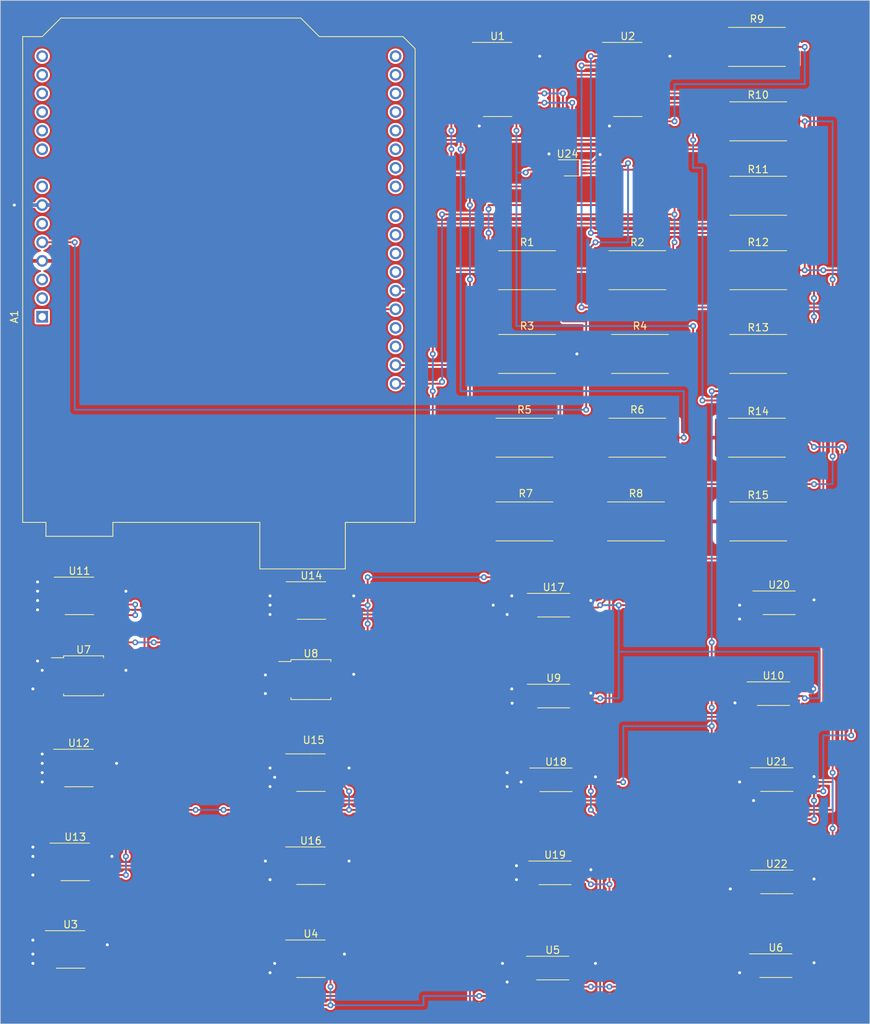
<source format=kicad_pcb>
(kicad_pcb (version 20221018) (generator pcbnew)
  (layers (0 "F.Cu" power) (31 "B.Cu" power) (34 "B.Paste" user) (35 "F.Paste" user) (36 "B.SilkS" user "B.Silkscreen") (37 "F.SilkS" user "F.Silkscreen") (38 "B.Mask" user) (39 "F.Mask" user) (44 "Edge.Cuts" user))
  (net 0 "")
  (net 24 "Net-(A1-D12)")
  (net 25 "Net-(A1-D13)")
  (net 28 "Net-(U24-SDA2)")
  (net 29 "Net-(U24-SCL2)")
  (net 30 "Net-(U10-SDA)")
  (net 31 "Net-(U24-SCL1)")
  (net 32 "Net-(U24-SDA1)")
  (net 33 "Net-(U10-SCL)")
  (net 34 "Net-(U12-SDA)")
  (net 35 "Net-(U3-SDA)")
  (net 36 "Net-(U3-SCL)")
  (net 37 "Net-(U12-SCL)")
  (net 42 "Net-(R6-Pad2)")
  (net 43 "Net-(R9-Pad2)")
  (net 56 "GND")
  (net 57 "+3V3")
  (net 58 "+5V")
  (footprint "Resistor_SMD:R_4020_10251Metric_Pad1.65x5.30mm_HandSolder" (layer "F.Cu") (at 190.5 78.105)
    (fp_text reference locked "R6")
    (fp_text value "10K")
  )
  (footprint "Resistor_SMD:R_4020_10251Metric_Pad1.65x5.30mm_HandSolder" (layer "F.Cu") (at 190.32 89.535)
    (fp_text reference "R8")
    (fp_text value "10K")
  )
  (footprint "Resistor_SMD:R_4020_10251Metric_Pad1.65x5.30mm_HandSolder" (layer "F.Cu") (at 206.83 78.105)
    (fp_text reference "R14")
    (fp_text value "10k")
  )
  (footprint "Package_SO:TSSOP-8_4.4x3mm_P0.65mm" (layer "F.Cu") (at 179.3925 124.8)
    (fp_text reference "U18")
    (fp_text value "AT24CS32-XHM")
  )
  (footprint "Package_SO:TSSOP-8_4.4x3mm_P0.65mm" (layer "F.Cu") (at 179.07 100.965)
    (fp_text reference "U17")
    (fp_text value "AT24CS01-XHM")
  )
  (footprint "Resistor_SMD:R_4020_10251Metric_Pad1.65x5.30mm_HandSolder" (layer "F.Cu") (at 175.08 78.105)
    (fp_text reference locked "R5")
    (fp_text value "10K")
  )
  (footprint "Package_SO:TSSOP-8_4.4x3mm_P0.65mm" (layer "F.Cu") (at 179.2625 137.5)
    (fp_text reference "U19")
    (fp_text value "CAT24C128 XHM")
  )
  (footprint "Resistor_SMD:R_4020_10251Metric_Pad1.65x5.30mm_HandSolder" (layer "F.Cu") (at 207.01 55.245)
    (fp_text reference "R12")
    (fp_text value "10k")
  )
  (footprint "Package_SO:SOIC-8_3.9x4.9mm_P1.27mm" (layer "F.Cu") (at 113.095 147.955)
    (fp_text reference "U3")
    (fp_text value "AT24CS04-SSHM")
  )
  (footprint "Package_SO:SO-16_3.9x9.9mm_P1.27mm" (layer "F.Cu") (at 189.195 29.21)
    (fp_text reference "U2")
    (fp_text value "74CBTLV3257")
  )
  (footprint "Package_SO:SOIC-8_5.23x5.23mm_P1.27mm" (layer "F.Cu") (at 145.92 111.125)
    (fp_text reference "U8")
    (fp_text value "CAT24C 512")
  )
  (footprint "Package_SO:SOIC-8_3.9x4.9mm_P1.27mm" (layer "F.Cu") (at 114.235 123.19)
    (fp_text reference "U12")
    (fp_text value "AT24CS32-SSHM")
  )
  (footprint "Package_SO:SOIC-8_5.23x5.23mm_P1.27mm" (layer "F.Cu") (at 114.87 110.605)
    (fp_text reference "U7")
    (fp_text value "CAT24C 512")
  )
  (footprint "Package_SO:SOIC-8_3.9x4.9mm_P1.27mm" (layer "F.Cu") (at 114.3 99.695)
    (fp_text reference "U11")
    (fp_text value "AT24CS01-SSHM")
  )
  (footprint "Resistor_SMD:R_4020_10251Metric_Pad1.65x5.30mm_HandSolder" (layer "F.Cu") (at 207.01 45.085)
    (fp_text reference "R11")
    (fp_text value "10k")
  )
  (footprint "Module:Arduino_UNO_R3" (layer "F.Cu") (at 109.22 61.595 90)
    (fp_text reference "A1")
    (fp_text value "Arduino_UNO_R3")
  )
  (footprint "Resistor_SMD:R_4020_10251Metric_Pad1.65x5.30mm_HandSolder" (layer "F.Cu") (at 206.83 24.765)
    (fp_text reference "R9")
    (fp_text value "10K")
  )
  (footprint "Package_SO:SOIC-8_3.9x4.9mm_P1.27mm" (layer "F.Cu") (at 113.73 136.005)
    (fp_text reference "U13")
    (fp_text value "CAT24C128 SSHM")
  )
  (footprint "Package_SO:TSSOP-8_4.4x3mm_P0.65mm" (layer "F.Cu") (at 209.0975 113.045)
    (fp_text reference "U10")
    (fp_text value "CAT24C 512XHM")
  )
  (footprint "Package_SO:SOIC-8_3.9x4.9mm_P1.27mm" (layer "F.Cu") (at 145.92 149.225)
    (fp_text reference "U4")
    (fp_text value "AT24CS04-SSHM")
  )
  (footprint "Package_SO:TSSOP-8_4.4x3mm_P0.65mm" (layer "F.Cu") (at 209.42 150.17)
    (fp_text reference "U6")
    (fp_text value "AT24CS04-XHM")
  )
  (footprint "Resistor_SMD:R_4020_10251Metric_Pad1.65x5.30mm_HandSolder" (layer "F.Cu") (at 207.01 34.925)
    (fp_text reference "R10")
    (fp_text value "10k")
  )
  (footprint "Package_SO:SOIC-8_3.9x4.9mm_P1.27mm" (layer "F.Cu") (at 145.92 136.525)
    (fp_text reference "U16")
    (fp_text value "CAT24C128 SSHM")
  )
  (footprint "Package_SO:TSSOP-8_4.4x3mm_P0.65mm" (layer "F.Cu") (at 209.8725 100.64)
    (fp_text reference "U20")
    (fp_text value "AT24CS01-XHM")
  )
  (footprint "Resistor_SMD:R_4020_10251Metric_Pad1.65x5.30mm_HandSolder" (layer "F.Cu") (at 175.44 66.675)
    (fp_text reference locked "R3")
    (fp_text value "200k")
  )
  (footprint "Package_SO:TSSOP-8_4.4x3mm_P0.65mm" (layer "F.Cu") (at 179.07 113.37)
    (fp_text reference "U9")
    (fp_text value "CAT24C 512XHM")
  )
  (footprint "Package_SO:TSSOP-8_4.4x3mm_P0.65mm" (layer "F.Cu") (at 209.55 124.77)
    (fp_text reference "U21")
    (fp_text value "AT24CS32-XHM")
  )
  (footprint "Resistor_SMD:R_4020_10251Metric_Pad1.65x5.30mm_HandSolder" (layer "F.Cu") (at 207.01 66.675)
    (fp_text reference "R13")
    (fp_text value "10k")
  )
  (footprint "Package_SO:TSSOP-8_4.4x3mm_P0.65mm" (layer "F.Cu") (at 178.94 150.495)
    (fp_text reference "U5")
    (fp_text value "AT24CS04-XHM")
  )
  (footprint "Package_SO:SOIC-8_3.9x4.9mm_P1.27mm" (layer "F.Cu") (at 145.92 123.825)
    (fp_text reference "U15")
    (fp_text value "AT24CS32-SSHM")
  )
  (footprint "Package_SO:SO-16_3.9x9.9mm_P1.27mm" (layer "F.Cu") (at 171.415 29.21)
    (fp_text reference "U1")
    (fp_text value "74CBTLV3257")
  )
  (footprint "Resistor_SMD:R_4020_10251Metric_Pad1.65x5.30mm_HandSolder" (layer "F.Cu") (at 190.5 55.245)
    (fp_text reference "R2")
    (fp_text value "10K")
  )
  (footprint "Resistor_SMD:R_4020_10251Metric_Pad1.65x5.30mm_HandSolder" (layer "F.Cu") (at 190.86 66.675)
    (fp_text reference locked "R4")
    (fp_text value "10K")
  )
  (footprint "Package_SO:SOIC-8_3.9x4.9mm_P1.27mm" (layer "F.Cu") (at 145.985 100.33)
    (fp_text reference "U14")
    (fp_text value "AT24CS01-SSHM")
  )
  (footprint "Resistor_SMD:R_4020_10251Metric_Pad1.65x5.30mm_HandSolder" (layer "F.Cu") (at 175.08 89.535)
    (fp_text reference locked "R7")
    (fp_text value "10K")
  )
  (footprint "Package_SO:TSSOP-8_4.4x3mm_P0.65mm" (layer "F.Cu") (at 209.55 138.74)
    (fp_text reference "U22")
    (fp_text value "CAT24C128 XHM")
  )
  (footprint "Package_SO:VSSOP-8_2.3x2mm_P0.5mm" (layer "F.Cu") (at 181.61 41.275)
    (fp_text reference "U24")
    (fp_text value "PCA9306DC")
  )
  (footprint "Resistor_SMD:R_4020_10251Metric_Pad1.65x5.30mm_HandSolder" (layer "F.Cu") (at 207.01 89.535)
    (fp_text reference "R15")
    (fp_text value "10k")
  )
  (footprint "Resistor_SMD:R_4020_10251Metric_Pad1.65x5.30mm_HandSolder" (layer "F.Cu") (at 175.44 55.245)
    (fp_text reference "R1")
    (fp_text value "10K")
  )
  (gr_line (start 103.505 158.115) (end 103.505 18.415) (stroke (width 0.1)) (layer "Edge.Cuts"))
  (gr_line (start 103.505 18.415) (end 222.25 18.415) (stroke (width 0.1)) (layer "Edge.Cuts"))
  (gr_line (start 222.25 158.115) (end 103.505 158.115) (stroke (width 0.1)) (layer "Edge.Cuts"))
  (gr_line (start 222.25 18.415) (end 222.25 158.115) (stroke (width 0.1)) (layer "Edge.Cuts"))
  (segment (start 161.04 58.035) (end 157.48 58.035) (width 0.25) (layer "F.Cu") (net 24))
  (segment (start 161.29 57.785) (end 161.04 58.035) (width 0.25) (layer "F.Cu") (net 24))
  (segment (start 168.84 24.765) (end 161.29 24.765) (width 0.25) (layer "F.Cu") (net 24))
  (segment (start 161.29 24.765) (end 161.29 57.785) (width 0.25) (layer "F.Cu") (net 24))
  (segment (start 184.15 24.765) (end 184.15 22.225) (width 0.25) (layer "F.Cu") (net 25))
  (segment (start 154.94 60.325) (end 155.19 60.575) (width 0.25) (layer "F.Cu") (net 25))
  (segment (start 186.62 24.765) (end 184.15 24.765) (width 0.25) (layer "F.Cu") (net 25))
  (segment (start 154.94 22.225) (end 154.94 60.325) (width 0.25) (layer "F.Cu") (net 25))
  (segment (start 184.15 22.225) (end 154.94 22.225) (width 0.25) (layer "F.Cu") (net 25))
  (segment (start 155.19 60.575) (end 157.48 60.575) (width 0.25) (layer "F.Cu") (net 25))
  (segment (start 164.85 68.195) (end 157.48 68.195) (width 0.25) (layer "F.Cu") (net 28))
  (segment (start 165.1 67.945) (end 164.85 68.195) (width 0.25) (layer "F.Cu") (net 28))
  (segment (start 170.54 55.245) (end 165.1 55.245) (width 0.25) (layer "F.Cu") (net 28))
  (segment (start 183.16 42.025) (end 184.9 42.025) (width 0.25) (layer "F.Cu") (net 28))
  (segment (start 170.18 46.355) (end 170.18 46.9005) (width 0.25) (layer "F.Cu") (net 28))
  (segment (start 184.9 42.025) (end 185.42 42.545) (width 0.25) (layer "F.Cu") (net 28))
  (segment (start 170.18 50.165) (end 170.18 54.885) (width 0.25) (layer "F.Cu") (net 28))
  (segment (start 165.1 55.245) (end 165.1 67.945) (width 0.25) (layer "F.Cu") (net 28))
  (segment (start 185.42 42.545) (end 185.42 46.355) (width 0.25) (layer "F.Cu") (net 28))
  (segment (start 170.18 54.885) (end 170.54 55.245) (width 0.25) (layer "F.Cu") (net 28))
  (segment (start 185.42 46.355) (end 170.18 46.355) (width 0.25) (layer "F.Cu") (net 28))
  (via (at 170.18 50.165) (size 0.8) (drill 0.4) (layers "F.Cu" "B.Cu") (net 28))
  (via (at 170.18 46.9005) (size 0.8) (drill 0.4) (layers "F.Cu" "B.Cu") (net 28))
  (segment (start 170.18 46.9005) (end 170.18 50.165) (width 0.25) (layer "B.Cu") (net 28))
  (segment (start 194.56 41.525) (end 183.16 41.525) (width 0.25) (layer "F.Cu") (net 29))
  (segment (start 195.4 55.245) (end 195.4 51.615) (width 0.25) (layer "F.Cu") (net 29))
  (segment (start 157.48 70.735) (end 163.58 70.735) (width 0.25) (layer "F.Cu") (net 29))
  (segment (start 195.58 42.545) (end 194.56 41.525) (width 0.25) (layer "F.Cu") (net 29))
  (segment (start 195.4 51.615) (end 195.58 51.435) (width 0.25) (layer "F.Cu") (net 29))
  (segment (start 195.58 47.625) (end 195.58 42.545) (width 0.25) (layer "F.Cu") (net 29))
  (segment (start 163.83 47.625) (end 195.58 47.625) (width 0.25) (layer "F.Cu") (net 29))
  (segment (start 163.58 70.735) (end 163.83 70.485) (width 0.25) (layer "F.Cu") (net 29))
  (via (at 195.58 51.435) (size 0.8) (drill 0.4) (layers "F.Cu" "B.Cu") (net 29))
  (via (at 163.83 47.625) (size 0.8) (drill 0.4) (layers "F.Cu" "B.Cu") (net 29))
  (via (at 195.58 47.625) (size 0.8) (drill 0.4) (layers "F.Cu" "B.Cu") (net 29))
  (via (at 163.83 70.485) (size 0.8) (drill 0.4) (layers "F.Cu" "B.Cu") (net 29))
  (segment (start 163.83 70.485) (end 163.83 47.625) (width 0.25) (layer "B.Cu") (net 29))
  (segment (start 195.58 51.435) (end 195.58 47.625) (width 0.25) (layer "B.Cu") (net 29))
  (segment (start 162.56 66.675) (end 162.56 48.895) (width 0.25) (layer "F.Cu") (net 30))
  (segment (start 181.61 95.885) (end 186.69 95.885) (width 0.25) (layer "F.Cu") (net 30))
  (segment (start 179.98 89.535) (end 181.61 89.535) (width 0.25) (layer "F.Cu") (net 30))
  (segment (start 184.06 114.935) (end 186.69 114.935) (width 0.25) (layer "F.Cu") (net 30))
  (segment (start 213.355 102.235) (end 215.9 102.235) (width 0.25) (layer "F.Cu") (net 30))
  (segment (start 154.94 113.665) (end 154.94 107.315) (width 0.25) (layer "F.Cu") (net 30))
  (segment (start 181.9325 114.345) (end 183.47 114.345) (width 0.25) (layer "F.Cu") (net 30))
  (segment (start 179.98 89.535) (end 181.61 87.905) (width 0.25) (layer "F.Cu") (net 30))
  (segment (start 181.61 83.185) (end 162.56 83.185) (width 0.25) (layer "F.Cu") (net 30))
  (segment (start 116.775 101.6) (end 122.555 101.6) (width 0.25) (layer "F.Cu") (net 30))
  (segment (start 211.96 114.805) (end 211.96 114.02) (width 0.25) (layer "F.Cu") (net 30))
  (segment (start 212.735 101.615) (end 213.355 102.235) (width 0.25) (layer "F.Cu") (net 30))
  (segment (start 212.09 114.935) (end 211.96 114.805) (width 0.25) (layer "F.Cu") (net 30))
  (segment (start 186.69 107.315) (end 186.69 106.045) (width 0.25) (layer "F.Cu") (net 30))
  (segment (start 213.36 45.085) (end 211.91 45.085) (width 0.25) (layer "F.Cu") (net 30))
  (segment (start 123.19 112.395) (end 118.745 112.395) (width 0.25) (layer "F.Cu") (net 30))
  (segment (start 162.56 83.185) (end 162.56 71.755) (width 0.25) (layer "F.Cu") (net 30))
  (segment (start 212.09 116.205) (end 212.09 114.935) (width 0.25) (layer "F.Cu") (net 30))
  (segment (start 118.11 113.03) (end 118.11 114.935) (width 0.25) (layer "F.Cu") (net 30))
  (segment (start 162.56 26.035) (end 162.56 48.895) (width 0.25) (layer "F.Cu") (net 30))
  (segment (start 215.9 102.235) (end 215.9 106.045) (width 0.25) (layer "F.Cu") (net 30))
  (segment (start 186.69 116.205) (end 212.09 116.205) (width 0.25) (layer "F.Cu") (net 30))
  (segment (start 182.2275 102.235) (end 181.9325 101.94) (width 0.25) (layer "F.Cu") (net 30))
  (segment (start 149.52 113.665) (end 154.94 113.665) (width 0.25) (layer "F.Cu") (net 30))
  (segment (start 154.94 107.315) (end 154.94 102.235) (width 0.25) (layer "F.Cu") (net 30))
  (segment (start 123.19 102.235) (end 123.19 112.395) (width 0.25) (layer "F.Cu") (net 30))
  (segment (start 213.36 48.895) (end 213.36 45.085) (width 0.25) (layer "F.Cu") (net 30))
  (segment (start 149.52 113.03) (end 149.52 113.665) (width 0.25) (layer "F.Cu") (net 30))
  (segment (start 118.745 112.395) (end 118.11 113.03) (width 0.25) (layer "F.Cu") (net 30))
  (segment (start 186.69 114.935) (end 186.69 116.205) (width 0.25) (layer "F.Cu") (net 30))
  (segment (start 215.9 106.045) (end 215.9 114.935) (width 0.25) (layer "F.Cu") (net 30))
  (segment (start 149.52 114.935) (end 149.52 113.03) (width 0.25) (layer "F.Cu") (net 30))
  (segment (start 183.47 114.345) (end 184.06 114.935) (width 0.25) (layer "F.Cu") (net 30))
  (segment (start 162.56 48.895) (end 213.36 48.895) (width 0.25) (layer "F.Cu") (net 30))
  (segment (start 181.61 89.535) (end 181.61 95.885) (width 0.25) (layer "F.Cu") (net 30))
  (segment (start 215.9 114.935) (end 212.09 114.935) (width 0.25) (layer "F.Cu") (net 30))
  (segment (start 186.69 95.885) (end 186.69 102.235) (width 0.25) (layer "F.Cu") (net 30))
  (segment (start 118.11 114.935) (end 149.52 114.935) (width 0.25) (layer "F.Cu") (net 30))
  (segment (start 154.94 107.315) (end 186.69 107.315) (width 0.25) (layer "F.Cu") (net 30))
  (segment (start 122.555 101.6) (end 123.19 102.235) (width 0.25) (layer "F.Cu") (net 30))
  (segment (start 186.69 114.935) (end 186.69 107.315) (width 0.25) (layer "F.Cu") (net 30))
  (segment (start 186.69 106.045) (end 186.69 102.235) (width 0.25) (layer "F.Cu") (net 30))
  (segment (start 168.84 26.035) (end 162.56 26.035) (width 0.25) (layer "F.Cu") (net 30))
  (segment (start 186.69 102.235) (end 182.2275 102.235) (width 0.25) (layer "F.Cu") (net 30))
  (segment (start 181.61 87.905) (end 181.61 83.185) (width 0.25) (layer "F.Cu") (net 30))
  (segment (start 154.94 102.235) (end 148.46 102.235) (width 0.25) (layer "F.Cu") (net 30))
  (via (at 162.56 71.755) (size 0.8) (drill 0.4) (layers "F.Cu" "B.Cu") (net 30))
  (via (at 162.56 66.675) (size 0.8) (drill 0.4) (layers "F.Cu" "B.Cu") (net 30))
  (segment (start 162.56 71.755) (end 162.56 66.675) (width 0.25) (layer "B.Cu") (net 30))
  (segment (start 173.99 33.655) (end 173.99 36.195) (width 0.25) (layer "F.Cu") (net 31))
  (segment (start 175.26 41.91) (end 175.645 41.525) (width 0.25) (layer "F.Cu") (net 31))
  (segment (start 175.645 41.525) (end 180.06 41.525) (width 0.25) (layer "F.Cu") (net 31))
  (segment (start 198.12 62.865) (end 198.12 66.675) (width 0.25) (layer "F.Cu") (net 31))
  (segment (start 198.12 66.675) (end 195.76 66.675) (width 0.25) (layer "F.Cu") (net 31))
  (via (at 173.99 36.195) (size 0.8) (drill 0.4) (layers "F.Cu" "B.Cu") (net 31))
  (via (at 198.12 62.865) (size 0.8) (drill 0.4) (layers "F.Cu" "B.Cu") (net 31))
  (via (at 175.26 41.91) (size 0.8) (drill 0.4) (layers "F.Cu" "B.Cu") (net 31))
  (segment (start 175.26 41.91) (end 173.99 41.91) (width 0.25) (layer "B.Cu") (net 31))
  (segment (start 173.99 40.005) (end 173.99 62.865) (width 0.25) (layer "B.Cu") (net 31))
  (segment (start 173.99 36.195) (end 173.99 40.005) (width 0.25) (layer "B.Cu") (net 31))
  (segment (start 173.99 41.91) (end 173.99 40.005) (width 0.25) (layer "B.Cu") (net 31))
  (segment (start 173.99 62.865) (end 198.12 62.865) (width 0.25) (layer "B.Cu") (net 31))
  (segment (start 168.563249 28.575) (end 165.1 28.575) (width 0.25) (layer "F.Cu") (net 32))
  (segment (start 165.1 38.735) (end 165.1 42.025) (width 0.25) (layer "F.Cu") (net 32))
  (segment (start 179.98 73.385) (end 180.34 73.025) (width 0.25) (layer "F.Cu") (net 32))
  (segment (start 179.6225 43.815) (end 179.705 43.7325) (width 0.25) (layer "F.Cu") (net 32))
  (segment (start 167.64 73.025) (end 167.64 56.515) (width 0.25) (layer "F.Cu") (net 32))
  (segment (start 180.34 73.025) (end 167.64 73.025) (width 0.25) (layer "F.Cu") (net 32))
  (segment (start 179.705 42.38) (end 180.06 42.025) (width 0.25) (layer "F.Cu") (net 32))
  (segment (start 167.64 43.815) (end 179.6225 43.815) (width 0.25) (layer "F.Cu") (net 32))
  (segment (start 168.84 28.575) (end 168.563249 28.575) (width 0.25) (layer "F.Cu") (net 32))
  (segment (start 179.705 43.7325) (end 179.705 42.38) (width 0.25) (layer "F.Cu") (net 32))
  (segment (start 167.64 46.355) (end 167.64 42.025) (width 0.25) (layer "F.Cu") (net 32))
  (segment (start 165.1 42.025) (end 167.64 42.025) (width 0.25) (layer "F.Cu") (net 32))
  (segment (start 167.64 42.025) (end 167.64 43.815) (width 0.25) (layer "F.Cu") (net 32))
  (segment (start 179.98 78.105) (end 179.98 73.385) (width 0.25) (layer "F.Cu") (net 32))
  (segment (start 165.1 28.575) (end 165.1 36.195) (width 0.25) (layer "F.Cu") (net 32))
  (via (at 165.1 38.735) (size 0.8) (drill 0.4) (layers "F.Cu" "B.Cu") (net 32))
  (via (at 165.1 36.195) (size 0.8) (drill 0.4) (layers "F.Cu" "B.Cu") (net 32))
  (via (at 167.64 46.355) (size 0.8) (drill 0.4) (layers "F.Cu" "B.Cu") (net 32))
  (via (at 167.64 56.515) (size 0.8) (drill 0.4) (layers "F.Cu" "B.Cu") (net 32))
  (segment (start 165.1 36.195) (end 165.1 38.735) (width 0.25) (layer "B.Cu") (net 32))
  (segment (start 167.64 56.515) (end 167.64 46.355) (width 0.25) (layer "B.Cu") (net 32))
  (segment (start 181.9325 113.695) (end 185.39 113.695) (width 0.25) (layer "F.Cu") (net 33))
  (segment (start 181.9325 101.29) (end 184.15 101.29) (width 0.25) (layer "F.Cu") (net 33))
  (segment (start 180.34 31.115) (end 180.34 38.735) (width 0.25) (layer "F.Cu") (net 33))
  (segment (start 186.055 97.155) (end 169.545 97.155) (width 0.25) (layer "F.Cu") (net 33))
  (segment (start 217.17 80.645) (end 217.17 56.515) (width 0.25) (layer "F.Cu") (net 33))
  (segment (start 213.36 38.735) (end 213.36 34.925) (width 0.25) (layer "F.Cu") (net 33))
  (segment (start 198.12 89.535) (end 198.12 84.455) (width 0.25) (layer "F.Cu") (net 33))
  (segment (start 185.095 101.29) (end 185.42 100.965) (width 0.25) (layer "F.Cu") (net 33))
  (segment (start 152.4 100.965) (end 148.46 100.965) (width 0.25) (layer "F.Cu") (net 33))
  (segment (start 153.67 100.965) (end 152.4 100.965) (width 0.25) (layer "F.Cu") (net 33))
  (segment (start 124.46 106.045) (end 153.67 106.045) (width 0.25) (layer "F.Cu") (net 33))
  (segment (start 180.34 38.735) (end 213.36 38.735) (width 0.25) (layer "F.Cu") (net 33))
  (segment (start 153.67 111.76) (end 153.67 106.045) (width 0.25) (layer "F.Cu") (net 33))
  (segment (start 198.12 84.455) (end 214.63 84.455) (width 0.25) (layer "F.Cu") (net 33))
  (segment (start 121.92 100.8755) (end 117.3205 100.8755) (width 0.25) (layer "F.Cu") (net 33))
  (segment (start 215.9 100.965) (end 212.735 100.965) (width 0.25) (layer "F.Cu") (net 33))
  (segment (start 173.99 31.115) (end 177.8 31.115) (width 0.25) (layer "F.Cu") (net 33))
  (segment (start 186.055 98.425) (end 186.055 100.33) (width 0.25) (layer "F.Cu") (net 33))
  (segment (start 213.065 113.37) (end 213.36 113.665) (width 0.25) (layer "F.Cu") (net 33))
  (segment (start 184.15 101.29) (end 185.095 101.29) (width 0.25) (layer "F.Cu") (net 33))
  (segment (start 120.65 106.045) (end 120.65 102.3245) (width 0.25) (layer "F.Cu") (net 33))
  (segment (start 198.12 89.535) (end 198.12 94.615) (width 0.25) (layer "F.Cu") (net 33))
  (segment (start 153.67 97.155) (end 153.67 100.965) (width 0.25) (layer "F.Cu") (net 33))
  (segment (start 149.225 111.76) (end 153.67 111.76) (width 0.25) (layer "F.Cu") (net 33))
  (segment (start 120.65 102.3245) (end 121.92 102.3245) (width 0.25) (layer "F.Cu") (net 33))
  (segment (start 187.96 100.965) (end 198.12 100.965) (width 0.25) (layer "F.Cu") (net 33))
  (segment (start 215.9 94.615) (end 215.9 100.965) (width 0.25) (layer "F.Cu") (net 33))
  (segment (start 198.12 94.615) (end 215.9 94.615) (width 0.25) (layer "F.Cu") (net 33))
  (segment (start 117.3205 100.8755) (end 116.775 100.33) (width 0.25) (layer "F.Cu") (net 33))
  (segment (start 211.96 113.37) (end 213.065 113.37) (width 0.25) (layer "F.Cu") (net 33))
  (segment (start 118.585 111.125) (end 118.47 111.24) (width 0.25) (layer "F.Cu") (net 33))
  (segment (start 153.67 106.045) (end 153.67 103.505) (width 0.25) (layer "F.Cu") (net 33))
  (segment (start 120.65 106.045) (end 121.92 106.045) (width 0.25) (layer "F.Cu") (net 33))
  (segment (start 121.92 111.125) (end 118.585 111.125) (width 0.25) (layer "F.Cu") (net 33))
  (segment (start 195.22 89.535) (end 198.12 89.535) (width 0.25) (layer "F.Cu") (net 33))
  (segment (start 213.36 34.925) (end 211.91 34.925) (width 0.25) (layer "F.Cu") (net 33))
  (segment (start 121.92 111.125) (end 121.92 107.315) (width 0.25) (layer "F.Cu") (net 33))
  (segment (start 121.92 107.315) (end 120.65 106.045) (width 0.25) (layer "F.Cu") (net 33))
  (segment (start 185.39 113.695) (end 185.42 113.665) (width 0.25) (layer "F.Cu") (net 33))
  (segment (start 186.055 98.425) (end 186.055 97.155) (width 0.25) (layer "F.Cu") (net 33))
  (segment (start 186.055 100.33) (end 185.42 100.965) (width 0.25) (layer "F.Cu") (net 33))
  (segment (start 198.12 100.965) (end 198.12 94.615) (width 0.25) (layer "F.Cu") (net 33))
  (via (at 153.67 100.965) (size 0.8) (drill 0.4) (layers "F.Cu" "B.Cu") (net 33))
  (via (at 153.67 103.505) (size 0.8) (drill 0.4) (layers "F.Cu" "B.Cu") (net 33))
  (via (at 169.545 97.155) (size 0.8) (drill 0.4) (layers "F.Cu" "B.Cu") (net 33))
  (via (at 214.63 84.455) (size 0.8) (drill 0.4) (layers "F.Cu" "B.Cu") (net 33))
  (via (at 121.92 100.8755) (size 0.8) (drill 0.4) (layers "F.Cu" "B.Cu") (net 33))
  (via (at 124.46 106.045) (size 0.8) (drill 0.4) (layers "F.Cu" "B.Cu") (net 33))
  (via (at 121.92 106.045) (size 0.8) (drill 0.4) (layers "F.Cu" "B.Cu") (net 33))
  (via (at 121.92 102.3245) (size 0.8) (drill 0.4) (layers "F.Cu" "B.Cu") (net 33))
  (via (at 180.34 31.115) (size 0.8) (drill 0.4) (layers "F.Cu" "B.Cu") (net 33))
  (via (at 185.42 100.965) (size 0.8) (drill 0.4) (layers "F.Cu" "B.Cu") (net 33))
  (via (at 217.17 80.645) (size 0.8) (drill 0.4) (layers "F.Cu" "B.Cu") (net 33))
  (via (at 213.36 113.665) (size 0.8) (drill 0.4) (layers "F.Cu" "B.Cu") (net 33))
  (via (at 153.67 97.155) (size 0.8) (drill 0.4) (layers "F.Cu" "B.Cu") (net 33))
  (via (at 213.36 34.925) (size 0.8) (drill 0.4) (layers "F.Cu" "B.Cu") (net 33))
  (via (at 217.17 56.515) (size 0.8) (drill 0.4) (layers "F.Cu" "B.Cu") (net 33))
  (via (at 177.8 31.115) (size 0.8) (drill 0.4) (layers "F.Cu" "B.Cu") (net 33))
  (via (at 187.96 100.965) (size 0.8) (drill 0.4) (layers "F.Cu" "B.Cu") (net 33))
  (via (at 185.42 113.665) (size 0.8) (drill 0.4) (layers "F.Cu" "B.Cu") (net 33))
  (segment (start 214.63 84.455) (end 217.17 84.455) (width 0.25) (layer "B.Cu") (net 33))
  (segment (start 215.265 107.315) (end 187.96 107.315) (width 0.25) (layer "B.Cu") (net 33))
  (segment (start 217.17 84.455) (end 217.17 80.645) (width 0.25) (layer "B.Cu") (net 33))
  (segment (start 185.42 113.665) (end 187.96 113.665) (width 0.25) (layer "B.Cu") (net 33))
  (segment (start 187.96 113.665) (end 187.96 107.315) (width 0.25) (layer "B.Cu") (net 33))
  (segment (start 187.96 107.315) (end 187.96 100.965) (width 0.25) (layer "B.Cu") (net 33))
  (segment (start 217.17 56.515) (end 217.17 34.925) (width 0.25) (layer "B.Cu") (net 33))
  (segment (start 169.545 97.155) (end 153.67 97.155) (width 0.25) (layer "B.Cu") (net 33))
  (segment (start 185.42 100.965) (end 187.96 100.965) (width 0.25) (layer "B.Cu") (net 33))
  (segment (start 215.265 113.665) (end 215.265 107.315) (width 0.25) (layer "B.Cu") (net 33))
  (segment (start 121.92 106.045) (end 124.46 106.045) (width 0.25) (layer "B.Cu") (net 33))
  (segment (start 177.8 31.115) (end 180.34 31.115) (width 0.25) (layer "B.Cu") (net 33))
  (segment (start 213.36 113.665) (end 215.265 113.665) (width 0.25) (layer "B.Cu") (net 33))
  (segment (start 121.92 102.3245) (end 121.92 100.8755) (width 0.25) (layer "B.Cu") (net 33))
  (segment (start 217.17 34.925) (end 213.36 34.925) (width 0.25) (layer "B.Cu") (net 33))
  (segment (start 153.67 103.505) (end 153.67 100.965) (width 0.25) (layer "B.Cu") (net 33))
  (segment (start 119.38 140.335) (end 148.59 140.335) (width 0.25) (layer "F.Cu") (net 34))
  (segment (start 186.69 139.065) (end 186.69 130.175) (width 0.25) (layer "F.Cu") (net 34))
  (segment (start 182.255 126.99) (end 182.255 125.775) (width 0.25) (layer "F.Cu") (net 34))
  (segment (start 148.59 125.925) (end 148.59 127.635) (width 0.25) (layer "F.Cu") (net 34))
  (segment (start 120.65 125.095) (end 120.65 135.255) (width 0.25) (layer "F.Cu") (net 34))
  (segment (start 149.03 139.065) (end 151.13 139.065) (width 0.25) (layer "F.Cu") (net 34))
  (segment (start 186.62 26.035) (end 184.15 26.035) (width 0.25) (layer "F.Cu") (net 34))
  (segment (start 148.395 125.73) (end 148.59 125.925) (width 0.25) (layer "F.Cu") (net 34))
  (segment (start 213.36 50.165) (end 213.36 55.245) (width 0.25) (layer "F.Cu") (net 34))
  (segment (start 214.63 130.175) (end 186.69 130.175) (width 0.25) (layer "F.Cu") (net 34))
  (segment (start 182.125 138.475) (end 183.56 138.475) (width 0.25) (layer "F.Cu") (net 34))
  (segment (start 212.09 141.605) (end 186.69 141.605) (width 0.25) (layer "F.Cu") (net 34))
  (segment (start 214.63 126.365) (end 215.9 126.365) (width 0.25) (layer "F.Cu") (net 34))
  (segment (start 213.0325 126.365) (end 214.63 126.365) (width 0.25) (layer "F.Cu") (net 34))
  (segment (start 119.38 137.795) (end 119.38 140.335) (width 0.25) (layer "F.Cu") (net 34))
  (segment (start 148.59 140.335) (end 148.59 138.625) (width 0.25) (layer "F.Cu") (net 34))
  (segment (start 181.61 127.635) (end 182.255 126.99) (width 0.25) (layer "F.Cu") (net 34))
  (segment (start 186.69 130.175) (end 186.69 127.635) (width 0.25) (layer "F.Cu") (net 34))
  (segment (start 186.69 141.605) (end 186.69 139.065) (width 0.25) (layer "F.Cu") (net 34))
  (segment (start 119.38 137.795) (end 116.32 137.795) (width 0.25) (layer "F.Cu") (net 34))
  (segment (start 219.71 118.745) (end 219.71 55.245) (width 0.25) (layer "F.Cu") (net 34))
  (segment (start 186.69 127.635) (end 181.61 127.635) (width 0.25) (layer "F.Cu") (net 34))
  (segment (start 148.59 138.625) (end 148.395 138.43) (width 0.25) (layer "F.Cu") (net 34))
  (segment (start 120.65 137.795) (end 119.38 137.795) (width 0.25) (layer "F.Cu") (net 34))
  (segment (start 183.56 138.475) (end 184.15 139.065) (width 0.25) (layer "F.Cu") (net 34))
  (segment (start 184.15 50.165) (end 213.36 50.165) (width 0.25) (layer "F.Cu") (net 34))
  (segment (start 116.71 125.095) (end 120.65 125.095) (width 0.25) (layer "F.Cu") (net 34))
  (segment (start 214.63 126.365) (end 214.63 127.635) (width 0.25) (layer "F.Cu") (net 34))
  (segment (start 219.71 55.245) (end 215.9 55.245) (width 0.25) (layer "F.Cu") (net 34))
  (segment (start 116.32 137.795) (end 116.205 137.91) (width 0.25) (layer "F.Cu") (net 34))
  (segment (start 212.4125 141.2825) (end 212.09 141.605) (width 0.25) (layer "F.Cu") (net 34))
  (segment (start 148.395 138.43) (end 149.03 139.065) (width 0.25) (layer "F.Cu") (net 34))
  (segment (start 148.59 127.635) (end 181.61 127.635) (width 0.25) (layer "F.Cu") (net 34))
  (segment (start 213.36 55.245) (end 211.91 55.245) (width 0.25) (layer "F.Cu") (net 34))
  (segment (start 151.13 141.605) (end 186.69 141.605) (width 0.25) (layer "F.Cu") (net 34))
  (segment (start 212.4125 125.745) (end 213.0325 126.365) (width 0.25) (layer "F.Cu") (net 34))
  (segment (start 212.4125 139.715) (end 212.4125 141.2825) (width 0.25) (layer "F.Cu") (net 34))
  (segment (start 151.13 139.065) (end 151.13 141.605) (width 0.25) (layer "F.Cu") (net 34))
  (via (at 213.36 55.245) (size 0.8) (drill 0.4) (layers "F.Cu" "B.Cu") (net 34))
  (via (at 184.15 139.065) (size 0.8) (drill 0.4) (layers "F.Cu" "B.Cu") (net 34))
  (via (at 214.63 130.175) (size 0.8) (drill 0.4) (layers "F.Cu" "B.Cu") (net 34))
  (via (at 120.65 135.255) (size 0.8) (drill 0.4) (layers "F.Cu" "B.Cu") (net 34))
  (via (at 120.65 137.795) (size 0.8) (drill 0.4) (layers "F.Cu" "B.Cu") (net 34))
  (via (at 186.69 139.065) (size 0.8) (drill 0.4) (layers "F.Cu" "B.Cu") (net 34))
  (via (at 215.9 55.245) (size 0.8) (drill 0.4) (layers "F.Cu" "B.Cu") (net 34))
  (via (at 184.15 26.035) (size 0.8) (drill 0.4) (layers "F.Cu" "B.Cu") (net 34))
  (via (at 184.15 50.165) (size 0.8) (drill 0.4) (layers "F.Cu" "B.Cu") (net 34))
  (via (at 219.71 118.745) (size 0.8) (drill 0.4) (layers "F.Cu" "B.Cu") (net 34))
  (via (at 215.9 126.365) (size 0.8) (drill 0.4) (layers "F.Cu" "B.Cu") (net 34))
  (via (at 214.63 127.635) (size 0.8) (drill 0.4) (layers "F.Cu" "B.Cu") (net 34))
  (segment (start 120.65 135.255) (end 120.65 137.795) (width 0.25) (layer "B.Cu") (net 34))
  (segment (start 184.15 26.035) (end 184.15 50.165) (width 0.25) (layer "B.Cu") (net 34))
  (segment (start 215.9 126.365) (end 215.9 118.745) (width 0.25) (layer "B.Cu") (net 34))
  (segment (start 215.9 55.245) (end 213.36 55.245) (width 0.25) (layer "B.Cu") (net 34))
  (segment (start 215.9 118.745) (end 219.71 118.745) (width 0.25) (layer "B.Cu") (net 34))
  (segment (start 184.15 139.065) (end 186.69 139.065) (width 0.25) (layer "B.Cu") (net 34))
  (segment (start 214.63 127.635) (end 214.63 130.175) (width 0.25) (layer "B.Cu") (net 34))
  (segment (start 115.57 155.575) (end 148.59 155.575) (width 0.25) (layer "F.Cu") (net 35))
  (segment (start 203.2 153.035) (end 203.2 144.145) (width 0.25) (layer "F.Cu") (net 35))
  (segment (start 215.9 89.535) (end 211.91 89.535) (width 0.25) (layer "F.Cu") (net 35))
  (segment (start 181.8025 151.47) (end 181.8025 153.035) (width 0.25) (layer "F.Cu") (net 35))
  (segment (start 212.09 153.035) (end 203.2 153.035) (width 0.25) (layer "F.Cu") (net 35))
  (segment (start 115.57 149.86) (end 115.57 155.575) (width 0.25) (layer "F.Cu") (net 35))
  (segment (start 148.59 153.035) (end 148.59 151.325) (width 0.25) (layer "F.Cu") (net 35))
  (segment (start 181.61 154.305) (end 168.91 154.305) (width 0.25) (layer "F.Cu") (net 35))
  (segment (start 212.2825 151.145) (end 212.09 151.3375) (width 0.25) (layer "F.Cu") (net 35))
  (segment (start 203.2 144.145) (end 217.17 144.145) (width 0.25) (layer "F.Cu") (net 35))
  (segment (start 181.8025 153.035) (end 181.8025 154.1125) (width 0.25) (layer "F.Cu") (net 35))
  (segment (start 186.62 27.305) (end 182.88 27.305) (width 0.25) (layer "F.Cu") (net 35))
  (segment (start 215.9 60.325) (end 215.9 89.535) (width 0.25) (layer "F.Cu") (net 35))
  (segment (start 203.2 153.035) (end 186.69 153.035) (width 0.25) (layer "F.Cu") (net 35))
  (segment (start 181.8025 154.1125) (end 181.61 154.305) (width 0.25) (layer "F.Cu") (net 35))
  (segment (start 184.15 153.035) (end 181.8025 153.035) (width 0.25) (layer "F.Cu") (net 35))
  (segment (start 148.59 151.325) (end 148.395 151.13) (width 0.25) (layer "F.Cu") (net 35))
  (segment (start 217.17 144.145) (end 217.17 131.445) (width 0.25) (layer "F.Cu") (net 35))
  (segment (start 217.17 89.535) (end 215.9 89.535) (width 0.25) (layer "F.Cu") (net 35))
  (segment (start 217.17 123.825) (end 217.17 89.535) (width 0.25) (layer "F.Cu") (net 35))
  (segment (start 212.09 151.3375) (end 212.09 153.035) (width 0.25) (layer "F.Cu") (net 35))
  (segment (start 182.88 60.325) (end 215.9 60.325) (width 0.25) (layer "F.Cu") (net 35))
  (via (at 148.59 153.035) (size 0.8) (drill 0.4) (layers "F.Cu" "B.Cu") (net 35))
  (via (at 168.91 154.305) (size 0.8) (drill 0.4) (layers "F.Cu" "B.Cu") (net 35))
  (via (at 186.69 153.035) (size 0.8) (drill 0.4) (layers "F.Cu" "B.Cu") (net 35))
  (via (at 184.15 153.035) (size 0.8) (drill 0.4) (layers "F.Cu" "B.Cu") (net 35))
  (via (at 217.17 131.445) (size 0.8) (drill 0.4) (layers "F.Cu" "B.Cu") (net 35))
  (via (at 182.88 27.305) (size 0.8) (drill 0.4) (layers "F.Cu" "B.Cu") (net 35))
  (via (at 182.88 60.325) (size 0.8) (drill 0.4) (layers "F.Cu" "B.Cu") (net 35))
  (via (at 148.59 155.575) (size 0.8) (drill 0.4) (layers "F.Cu" "B.Cu") (net 35))
  (via (at 217.17 123.825) (size 0.8) (drill 0.4) (layers "F.Cu" "B.Cu") (net 35))
  (segment (start 217.17 131.445) (end 217.17 123.825) (width 0.25) (layer "B.Cu") (net 35))
  (segment (start 161.29 154.305) (end 161.29 155.575) (width 0.25) (layer "B.Cu") (net 35))
  (segment (start 186.69 153.035) (end 184.15 153.035) (width 0.25) (layer "B.Cu") (net 35))
  (segment (start 168.91 154.305) (end 161.29 154.305) (width 0.25) (layer "B.Cu") (net 35))
  (segment (start 148.59 155.575) (end 148.59 153.035) (width 0.25) (layer "B.Cu") (net 35))
  (segment (start 182.88 27.305) (end 182.88 49.920305) (width 0.25) (layer "B.Cu") (net 35))
  (segment (start 182.88 49.920305) (end 182.88 60.325) (width 0.25) (layer "B.Cu") (net 35))
  (segment (start 161.29 155.575) (end 148.59 155.575) (width 0.25) (layer "B.Cu") (net 35))
  (segment (start 152.4 150.495) (end 149.03 150.495) (width 0.25) (layer "F.Cu") (net 36))
  (segment (start 215.9 150.495) (end 215.9 154.305) (width 0.25) (layer "F.Cu") (net 36))
  (segment (start 184.475 150.82) (end 181.8025 150.82) (width 0.25) (layer "F.Cu") (net 36))
  (segment (start 149.03 150.495) (end 148.395 149.86) (width 0.25) (layer "F.Cu") (net 36))
  (segment (start 120.65 149.225) (end 120.65 154.305) (width 0.25) (layer "F.Cu") (net 36))
  (segment (start 152.4 150.495) (end 167.64 150.495) (width 0.25) (layer "F.Cu") (net 36))
  (segment (start 152.4 154.305) (end 152.4 150.495) (width 0.25) (layer "F.Cu") (net 36))
  (segment (start 214.63 79.375) (end 213.36 78.105) (width 0.25) (layer "F.Cu") (net 36))
  (segment (start 214.63 150.495) (end 218.44 150.495) (width 0.25) (layer "F.Cu") (net 36))
  (segment (start 120.65 154.305) (end 152.4 154.305) (width 0.25) (layer "F.Cu") (net 36))
  (segment (start 185.42 154.305) (end 185.42 151.765) (width 0.25) (layer "F.Cu") (net 36))
  (segment (start 167.64 150.495) (end 167.64 155.575) (width 0.25) (layer "F.Cu") (net 36))
  (segment (start 191.493249 32.385) (end 198.12 32.385) (width 0.25) (layer "F.Cu") (net 36))
  (segment (start 115.57 148.59) (end 120.015 148.59) (width 0.25) (layer "F.Cu") (net 36))
  (segment (start 218.44 150.495) (end 218.44 79.375) (width 0.25) (layer "F.Cu") (net 36))
  (segment (start 213.36 73.025) (end 213.36 78.105) (width 0.25) (layer "F.Cu") (net 36))
  (segment (start 198.12 32.385) (end 198.12 37.465) (width 0.25) (layer "F.Cu") (net 36))
  (segment (start 215.9 154.305) (end 185.42 154.305) (width 0.25) (layer "F.Cu") (net 36))
  (segment (start 212.2825 150.495) (end 214.63 150.495) (width 0.25) (layer "F.Cu") (net 36))
  (segment (start 167.64 155.575) (end 185.42 155.575) (width 0.25) (layer "F.Cu") (net 36))
  (segment (start 185.42 155.575) (end 185.42 154.305) (width 0.25) (layer "F.Cu") (net 36))
  (segment (start 120.015 148.59) (end 120.65 149.225) (width 0.25) (layer "F.Cu") (net 36))
  (segment (start 191.77 32.385) (end 191.493249 32.385) (width 0.25) (layer "F.Cu") (net 36))
  (segment (start 214.63 150.495) (end 215.9 150.495) (width 0.25) (layer "F.Cu") (net 36))
  (segment (start 185.42 151.765) (end 184.475 150.82) (width 0.25) (layer "F.Cu") (net 36))
  (segment (start 213.36 78.105) (end 211.73 78.105) (width 0.25) (layer "F.Cu") (net 36))
  (segment (start 199.39 73.025) (end 213.36 73.025) (width 0.25) (layer "F.Cu") (net 36))
  (via (at 214.63 79.375) (size 0.8) (drill 0.4) (layers "F.Cu" "B.Cu") (net 36))
  (via (at 218.44 79.375) (size 0.8) (drill 0.4) (layers "F.Cu" "B.Cu") (net 36))
  (via (at 199.39 73.025) (size 0.8) (drill 0.4) (layers "F.Cu" "B.Cu") (net 36))
  (via (at 198.12 37.465) (size 0.8) (drill 0.4) (layers "F.Cu" "B.Cu") (net 36))
  (segment (start 218.44 79.375) (end 214.63 79.375) (width 0.25) (layer "B.Cu") (net 36))
  (segment (start 199.39 41.275) (end 199.39 73.025) (width 0.25) (layer "B.Cu") (net 36))
  (segment (start 198.12 37.465) (end 198.12 41.275) (width 0.25) (layer "B.Cu") (net 36))
  (segment (start 198.12 41.275) (end 199.39 41.275) (width 0.25) (layer "B.Cu") (net 36))
  (segment (start 191.77 31.115) (end 214.63 31.115) (width 0.25) (layer "F.Cu") (net 37))
  (segment (start 152.4 137.795) (end 152.4 140.335) (width 0.25) (layer "F.Cu") (net 37))
  (segment (start 213.36 71.755) (end 200.66 71.755) (width 0.25) (layer "F.Cu") (net 37))
  (segment (start 151.13 128.905) (end 133.985 128.905) (width 0.25) (layer "F.Cu") (net 37))
  (segment (start 153.67 140.335) (end 185.42 140.335) (width 0.25) (layer "F.Cu") (net 37))
  (segment (start 185.42 140.335) (end 185.42 137.795) (width 0.25) (layer "F.Cu") (net 37))
  (segment (start 184.15 126.365) (end 184.15 125.125) (width 0.25) (layer "F.Cu") (net 37))
  (segment (start 185.085805 125.125) (end 188.565 125.125) (width 0.25) (layer "F.Cu") (net 37))
  (segment (start 213.36 66.675) (end 213.36 71.755) (width 0.25) (layer "F.Cu") (net 37))
  (segment (start 184.15 125.125) (end 185.085805 125.125) (width 0.25) (layer "F.Cu") (net 37))
  (segment (start 125.73 127.635) (end 125.73 128.905) (width 0.25) (layer "F.Cu") (net 37))
  (segment (start 151.765 137.16) (end 152.4 137.795) (width 0.25) (layer "F.Cu") (net 37))
  (segment (start 149.225 124.46) (end 151.13 126.365) (width 0.25) (layer "F.Cu") (net 37))
  (segment (start 182.155 137.795) (end 182.125 137.825) (width 0.25) (layer "F.Cu") (net 37))
  (segment (start 116.71 123.825) (end 125.73 123.825) (width 0.25) (layer "F.Cu") (net 37))
  (segment (start 188.565 125.125) (end 188.595 125.095) (width 0.25) (layer "F.Cu") (net 37))
  (segment (start 200.66 120.015) (end 200.66 125.095) (width 0.25) (layer "F.Cu") (net 37))
  (segment (start 148.395 137.16) (end 151.765 137.16) (width 0.25) (layer "F.Cu") (net 37))
  (segment (start 212.4125 139.065) (end 215.9 139.065) (width 0.25) (layer "F.Cu") (net 37))
  (segment (start 125.73 127.635) (end 125.73 136.525) (width 0.25) (layer "F.Cu") (net 37))
  (segment (start 214.63 66.675) (end 213.36 66.675) (width 0.25) (layer "F.Cu") (net 37))
  (segment (start 214.63 61.595) (end 214.63 66.675) (width 0.25) (layer "F.Cu") (net 37))
  (segment (start 148.395 124.46) (end 149.225 124.46) (width 0.25) (layer "F.Cu") (net 37))
  (segment (start 130.175 128.905) (end 125.73 128.905) (width 0.25) (layer "F.Cu") (net 37))
  (segment (start 200.66 117.475) (end 200.66 120.015) (width 0.25) (layer "F.Cu") (net 37))
  (segment (start 125.73 123.825) (end 125.73 127.635) (width 0.25) (layer "F.Cu") (net 37))
  (segment (start 200.66 106.045) (end 200.66 114.935) (width 0.25) (layer "F.Cu") (net 37))
  (segment (start 125.73 136.525) (end 116.32 136.525) (width 0.25) (layer "F.Cu") (net 37))
  (segment (start 200.66 125.095) (end 200.66 128.905) (width 0.25) (layer "F.Cu") (net 37))
  (segment (start 116.32 136.525) (end 116.205 136.64) (width 0.25) (layer "F.Cu") (net 37))
  (segment (start 152.4 140.335) (end 153.67 140.335) (width 0.25) (layer "F.Cu") (net 37))
  (segment (start 185.42 130.175) (end 184.15 128.905) (width 0.25) (layer "F.Cu") (net 37))
  (segment (start 217.17 128.905) (end 217.17 125.095) (width 0.25) (layer "F.Cu") (net 37))
  (segment (start 213.36 66.675) (end 211.91 66.675) (width 0.25) (layer "F.Cu") (net 37))
  (segment (start 151.13 128.905) (end 153.67 128.905) (width 0.25) (layer "F.Cu") (net 37))
  (segment (start 184.15 137.795) (end 182.155 137.795) (width 0.25) (layer "F.Cu") (net 37))
  (segment (start 214.63 31.115) (end 214.63 57.785) (width 0.25) (layer "F.Cu") (net 37))
  (segment (start 217.17 125.095) (end 212.4125 125.095) (width 0.25) (layer "F.Cu") (net 37))
  (segment (start 200.66 128.905) (end 215.9 128.905) (width 0.25) (layer "F.Cu") (net 37))
  (segment (start 153.67 128.905) (end 153.67 140.335) (width 0.25) (layer "F.Cu") (net 37))
  (segment (start 182.255 125.125) (end 184.15 125.125) (width 0.25) (layer "F.Cu") (net 37))
  (segment (start 185.42 137.795) (end 185.42 130.175) (width 0.25) (layer "F.Cu") (net 37))
  (segment (start 185.42 137.795) (end 184.15 137.795) (width 0.25) (layer "F.Cu") (net 37))
  (segment (start 215.9 139.065) (end 215.9 128.905) (width 0.25) (layer "F.Cu") (net 37))
  (segment (start 215.9 128.905) (end 217.17 128.905) (width 0.25) (layer "F.Cu") (net 37))
  (segment (start 214.63 57.785) (end 214.63 59.055) (width 0.25) (layer "F.Cu") (net 37))
  (via (at 214.63 59.055) (size 0.8) (drill 0.4) (layers "F.Cu" "B.Cu") (net 37))
  (via (at 184.15 128.905) (size 0.8) (drill 0.4) (layers "F.Cu" "B.Cu") (net 37))
  (via (at 151.13 128.905) (size 0.8) (drill 0.4) (layers "F.Cu" "B.Cu") (net 37))
  (via (at 130.175 128.905) (size 0.8) (drill 0.4) (layers "F.Cu" "B.Cu") (net 37))
  (via (at 200.66 117.475) (size 0.8) (drill 0.4) (layers "F.Cu" "B.Cu") (net 37))
  (via (at 151.13 126.365) (size 0.8) (drill 0.4) (layers "F.Cu" "B.Cu") (net 37))
  (via (at 184.15 126.365) (size 0.8) (drill 0.4) (layers "F.Cu" "B.Cu") (net 37))
  (via (at 214.63 61.595) (size 0.8) (drill 0.4) (layers "F.Cu" "B.Cu") (net 37))
  (via (at 188.565 125.125) (size 0.8) (drill 0.4) (layers "F.Cu" "B.Cu") (net 37))
  (via (at 200.66 71.755) (size 0.8) (drill 0.4) (layers "F.Cu" "B.Cu") (net 37))
  (via (at 200.66 106.045) (size 0.8) (drill 0.4) (layers "F.Cu" "B.Cu") (net 37))
  (via (at 200.66 114.935) (size 0.8) (drill 0.4) (layers "F.Cu" "B.Cu") (net 37))
  (via (at 133.985 128.905) (size 0.8) (drill 0.4) (layers "F.Cu" "B.Cu") (net 37))
  (segment (start 188.595 125.095) (end 188.595 117.475) (width 0.25) (layer "B.Cu") (net 37))
  (segment (start 188.565 125.125) (end 188.595 125.095) (width 0.25) (layer "B.Cu") (net 37))
  (segment (start 188.595 117.475) (end 200.66 117.475) (width 0.25) (layer "B.Cu") (net 37))
  (segment (start 214.63 59.055) (end 214.63 61.595) (width 0.25) (layer "B.Cu") (net 37))
  (segment (start 133.985 128.905) (end 130.175 128.905) (width 0.25) (layer "B.Cu") (net 37))
  (segment (start 184.15 128.905) (end 184.15 126.365) (width 0.25) (layer "B.Cu") (net 37))
  (segment (start 151.13 126.365) (end 151.13 128.905) (width 0.25) (layer "B.Cu") (net 37))
  (segment (start 200.66 71.755) (end 200.66 106.045) (width 0.25) (layer "B.Cu") (net 37))
  (segment (start 200.66 114.935) (end 200.66 117.475) (width 0.25) (layer "B.Cu") (net 37))
  (segment (start 163.83 37.465) (end 166.37 37.465) (width 0.25) (layer "F.Cu") (net 42))
  (segment (start 179.07 28.575) (end 186.62 28.575) (width 0.25) (layer "F.Cu") (net 42))
  (segment (start 195.4 78.105) (end 196.85 78.105) (width 0.25) (layer "F.Cu") (net 42))
  (segment (start 163.83 27.305) (end 163.83 37.465) (width 0.25) (layer "F.Cu") (net 42))
  (segment (start 168.84 27.305) (end 163.83 27.305) (width 0.25) (layer "F.Cu") (net 42))
  (segment (start 166.37 38.735) (end 166.37 37.465) (width 0.25) (layer "F.Cu") (net 42))
  (segment (start 179.07 37.465) (end 179.07 28.575) (width 0.25) (layer "F.Cu") (net 42))
  (segment (start 166.37 37.465) (end 179.07 37.465) (width 0.25) (layer "F.Cu") (net 42))
  (via (at 166.37 38.735) (size 0.8) (drill 0.4) (layers "F.Cu" "B.Cu") (net 42))
  (via (at 196.85 78.105) (size 0.8) (drill 0.4) (layers "F.Cu" "B.Cu") (net 42))
  (segment (start 166.37 71.755) (end 166.37 38.735) (width 0.25) (layer "B.Cu") (net 42))
  (segment (start 196.85 78.105) (end 196.85 71.755) (width 0.25) (layer "B.Cu") (net 42))
  (segment (start 196.85 71.755) (end 166.37 71.755) (width 0.25) (layer "B.Cu") (net 42))
  (segment (start 194.31 33.655) (end 191.77 33.655) (width 0.25) (layer "F.Cu") (net 43))
  (segment (start 211.73 24.765) (end 213.36 24.765) (width 0.25) (layer "F.Cu") (net 43))
  (segment (start 194.31 37.465) (end 194.31 34.925) (width 0.25) (layer "F.Cu") (net 43))
  (segment (start 181.61 37.465) (end 194.31 37.465) (width 0.25) (layer "F.Cu") (net 43))
  (segment (start 195.58 34.925) (end 194.31 34.925) (width 0.25) (layer "F.Cu") (net 43))
  (segment (start 181.61 32.385) (end 181.61 37.465) (width 0.25) (layer "F.Cu") (net 43))
  (segment (start 194.31 34.925) (end 194.31 33.655) (width 0.25) (layer "F.Cu") (net 43))
  (segment (start 173.99 32.385) (end 177.8 32.385) (width 0.25) (layer "F.Cu") (net 43))
  (via (at 177.8 32.385) (size 0.8) (drill 0.4) (layers "F.Cu" "B.Cu") (net 43))
  (via (at 195.58 34.925) (size 0.8) (drill 0.4) (layers "F.Cu" "B.Cu") (net 43))
  (via (at 213.36 24.765) (size 0.8) (drill 0.4) (layers "F.Cu" "B.Cu") (net 43))
  (via (at 181.61 32.385) (size 0.8) (drill 0.4) (layers "F.Cu" "B.Cu") (net 43))
  (segment (start 177.8 32.385) (end 181.61 32.385) (width 0.25) (layer "B.Cu") (net 43))
  (segment (start 195.58 29.845) (end 195.58 34.925) (width 0.25) (layer "B.Cu") (net 43))
  (segment (start 213.36 24.765) (end 213.36 29.845) (width 0.25) (layer "B.Cu") (net 43))
  (segment (start 213.36 29.845) (end 195.58 29.845) (width 0.25) (layer "B.Cu") (net 43))
  (segment (start 143.51 102.235) (end 140.335 102.235) (width 0.25) (layer "F.Cu") (net 56))
  (segment (start 186.62 33.655) (end 186.62 35.49) (width 0.25) (layer "F.Cu") (net 56))
  (segment (start 116.205 135.37) (end 118.63 135.37) (width 0.25) (layer "F.Cu") (net 56))
  (segment (start 207.01 101.615) (end 204.485 101.615) (width 0.25) (layer "F.Cu") (net 56))
  (segment (start 116.775 99.06) (end 120.65 99.06) (width 0.25) (layer "F.Cu") (net 56))
  (segment (start 184.7105 124.475) (end 184.785 124.4005) (width 0.25) (layer "F.Cu") (net 56))
  (segment (start 143.51 99.695) (end 140.335 99.695) (width 0.25) (layer "F.Cu") (net 56))
  (segment (start 206.6875 127.3225) (end 206.375 127.635) (width 0.25) (layer "F.Cu") (net 56))
  (segment (start 168.84 33.655) (end 168.84 35.49) (width 0.25) (layer "F.Cu") (net 56))
  (segment (start 182.255 124.475) (end 184.7105 124.475) (width 0.25) (layer "F.Cu") (net 56))
  (segment (start 110.62 149.86) (end 107.95 149.86) (width 0.25) (layer "F.Cu") (net 56))
  (segment (start 111.825 99.06) (end 108.585 99.06) (width 0.25) (layer "F.Cu") (net 56))
  (segment (start 176.2075 112.395) (end 173.355 112.395) (width 0.25) (layer "F.Cu") (net 56))
  (segment (start 143.445 138.43) (end 140.335 138.43) (width 0.25) (layer "F.Cu") (net 56))
  (segment (start 174.035 136.57) (end 173.99 136.525) (width 0.25) (layer "F.Cu") (net 56))
  (segment (start 214.5555 138.415) (end 214.63 138.3405) (width 0.25) (layer "F.Cu") (net 56))
  (segment (start 212.735 100.315) (end 214.5555 100.315) (width 0.25) (layer "F.Cu") (net 56))
  (segment (start 175.215 125.775) (end 175.17 125.73) (width 0.25) (layer "F.Cu") (net 56))
  (segment (start 173.99 26.035) (end 177.165 26.035) (width 0.25) (layer "F.Cu") (net 56))
  (segment (start 108.065 112.51) (end 107.95 112.395) (width 0.25) (layer "F.Cu") (net 56))
  (segment (start 107.95 135.255) (end 110.49 135.255) (width 0.25) (layer "F.Cu") (net 56))
  (segment (start 148.46 99.695) (end 151.765 99.695) (width 0.25) (layer "F.Cu") (net 56))
  (segment (start 175.1475 152.4) (end 172.72 152.4) (width 0.25) (layer "F.Cu") (net 56))
  (segment (start 143.445 149.86) (end 140.97 149.86) (width 0.25) (layer "F.Cu") (net 56))
  (segment (start 140.97 123.19) (end 140.335 123.19) (width 0.25) (layer "F.Cu") (net 56))
  (segment (start 111.825 100.33) (end 108.585 100.33) (width 0.25) (layer "F.Cu") (net 56))
  (segment (start 186.62 35.49) (end 186.69 35.56) (width 0.25) (layer "F.Cu") (net 56))
  (segment (start 174.035 138.475) (end 173.99 138.43) (width 0.25) (layer "F.Cu") (net 56))
  (segment (start 176.53 125.125) (end 174.655 125.125) (width 0.25) (layer "F.Cu") (net 56))
  (segment (start 207.01 100.965) (end 204.47 100.965) (width 0.25) (layer "F.Cu") (net 56))
  (segment (start 176.4 136.525) (end 173.99 136.525) (width 0.25) (layer "F.Cu") (net 56))
  (segment (start 109.335 109.97) (end 109.22 109.855) (width 0.25) (layer "F.Cu") (net 56))
  (segment (start 116.71 122.555) (end 119.38 122.555) (width 0.25) (layer "F.Cu") (net 56))
  (segment (start 111.125 133.97) (end 111.255 134.1) (width 0.25) (layer "F.Cu") (net 56))
  (segment (start 120.535 109.97) (end 120.65 109.855) (width 0.25) (layer "F.Cu") (net 56))
  (segment (start 212.4125 138.415) (end 214.5555 138.415) (width 0.25) (layer "F.Cu") (net 56))
  (segment (start 139.7 135.89) (end 143.445 135.89) (width 0.25) (layer "F.Cu") (net 56))
  (segment (start 140.97 125.73) (end 140.335 125.73) (width 0.25) (layer "F.Cu") (net 56))
  (segment (start 148.395 148.59) (end 150.495 148.59) (width 0.25) (layer "F.Cu") (net 56))
  (segment (start 173.695 101.94) (end 173.015 101.94) (width 0.25) (layer "F.Cu") (net 56))
  (segment (start 148.395 123.19) (end 151.13 123.19) (width 0.25) (layer "F.Cu") (net 56))
  (segment (start 179.59 40.525) (end 180.06 40.525) (width 0.25) (layer "F.Cu") (net 56))
  (segment (start 110.62 147.32) (end 109.985 146.685) (width 0.25) (layer "F.Cu") (net 56))
  (segment (start 203.215 139.715) (end 206.6875 139.715) (width 0.25) (layer "F.Cu") (net 56))
  (segment (start 143.445 123.19) (end 140.97 123.19) (width 0.25) (layer "F.Cu") (net 56))
  (segment (start 107.95 137.795) (end 108.195 138.04) (width 0.25) (layer "F.Cu") (net 56))
  (segment (start 172.395 150.17) (end 172.085 149.86) (width 0.25) (layer "F.Cu") (net 56))
  (segment (start 107.95 133.985) (end 107.965 133.97) (width 0.25) (layer "F.Cu") (net 56))
  (segment (start 214.5555 124.445) (end 214.63 124.3705) (width 0.25) (layer "F.Cu") (net 56))
  (segment (start 204.485 151.145) (end 204.47 151.13) (width 0.25) (layer "F.Cu") (net 56))
  (segment (start 175.9125 99.695) (end 173.355 99.695) (width 0.25) (layer "F.Cu") (net 56))
  (segment (start 184.15 137.0705) (end 184.0455 137.175) (width 0.25) (layer "F.Cu") (net 56))
  (segment (start 143.445 125.73) (end 140.97 125.73) (width 0.25) (layer "F.Cu") (net 56))
  (segment (start 109.335 108.7) (end 109.22 108.585) (width 0.25) (layer "F.Cu") (net 56))
  (segment (start 175.17 125.73) (end 172.72 125.73) (width 0.25) (layer "F.Cu") (net 56))
  (segment (start 109.985 146.685) (end 107.95 146.685) (width 0.25) (layer "F.Cu") (net 56))
  (segment (start 148.395 135.89) (end 151.13 135.89) (width 0.25) (layer "F.Cu") (net 56))
  (segment (start 149.52 110.49) (end 151.6755 110.49) (width 0.25) (layer "F.Cu") (net 56))
  (segment (start 111.27 109.97) (end 109.335 109.97) (width 0.25) (layer "F.Cu") (net 56))
  (segment (start 176.2075 114.345) (end 173.4 114.345) (width 0.25) (layer "F.Cu") (net 56))
  (segment (start 181.9325 113.045) (end 184.0755 113.045) (width 0.25) (layer "F.Cu") (net 56))
  (segment (start 107.965 133.97) (end 111.125 133.97) (width 0.25) (layer "F.Cu") (net 56))
  (segment (start 214.2155 112.72) (end 214.5405 112.395) (width 0.25) (layer "F.Cu") (net 56))
  (segment (start 111.76 122.555) (end 109.22 122.555) (width 0.25) (layer "F.Cu") (net 56))
  (segment (start 203.2 139.7) (end 203.215 139.715) (width 0.25) (layer "F.Cu") (net 56))
  (segment (start 118.47 109.97) (end 120.535 109.97) (width 0.25) (layer "F.Cu") (net 56))
  (segment (start 111.825 101.6) (end 108.585 101.6) (width 0.25) (layer "F.Cu") (net 56))
  (segment (start 184.0755 113.045) (end 184.15 112.9705) (width 0.25) (layer "F.Cu") (net 56))
  (segment (start 111.76 121.285) (end 109.22 121.285) (width 0.25) (layer "F.Cu") (net 56))
  (segment (start 142.32 110.49) (end 139.7 110.49) (width 0.25) (layer "F.Cu") (net 56))
  (segment (start 214.5555 149.845) (end 212.2825 149.845) (width 0.25) (layer "F.Cu") (net 56))
  (segment (start 111.27 108.7) (end 109.335 108.7) (width 0.25) (layer "F.Cu") (net 56))
  (segment (start 206.6875 125.095) (end 204.47 125.095) (width 0.25) (layer "F.Cu") (net 56))
  (segment (start 109.335 112.51) (end 109.22 112.395) (width 0.25) (layer "F.Cu") (net 56))
  (segment (start 109.22 46.355) (end 105.41 46.355) (width 0.25) (layer "F.Cu") (net 56))
  (segment (start 111.27 112.51) (end 109.335 112.51) (width 0.25) (layer "F.Cu") (net 56))
  (segment (start 183.84 100.64) (end 184.15 100.33) (width 0.25) (layer "F.Cu") (net 56))
  (segment (start 211.96 112.72) (end 214.2155 112.72) (width 0.25) (layer "F.Cu") (net 56))
  (segment (start 184.3545 40.525) (end 183.16 40.525) (width 0.25) (layer "F.Cu") (net 56))
  (segment (start 181.8025 150.17) (end 184.475 150.17) (width 0.25) (layer "F.Cu") (net 56))
  (segment (start 214.5555 100.315) (end 214.63 100.2405) (width 0.25) (layer "F.Cu") (net 56))
  (segment (start 176.4 138.475) (end 174.035 138.475) (width 0.25) (layer "F.Cu") (net 56))
  (segment (start 174.625 125.185) (end 174.625 125.095) (width 0.25) (layer "F.Cu") (net 56))
  (segment (start 173.355 114.3) (end 173.4 114.345) (width 0.25) (layer "F.Cu") (net 56))
  (segment (start 204.485 102.855) (end 204.47 102.87) (width 0.25) (layer "F.Cu") (net 56))
  (segment (start 175.388959 150.17) (end 176.0775 150.17) (width 0.25) (layer "F.Cu") (net 56))
  (segment (start 142.32 113.03) (end 139.7 113.03) (width 0.25) (layer "F.Cu") (net 56))
  (segment (start 109.22 112.395) (end 107.95 112.395) (width 0.25) (layer "F.Cu") (net 56))
  (segment (start 176.0775 150.17) (end 172.395 150.17) (width 0.25) (layer "F.Cu") (net 56))
  (segment (start 173.68 101.29) (end 171.14 101.29) (width 0.25) (layer "F.Cu") (net 56))
  (segment (start 204.485 101.615) (end 204.485 102.855) (width 0.25) (layer "F.Cu") (net 56))
  (segment (start 176.0775 151.47) (end 175.1475 152.4) (width 0.25) (layer "F.Cu") (net 56))
  (segment (start 214.63 149.7705) (end 214.5555 149.845) (width 0.25) (layer "F.Cu") (net 56))
  (segment (start 206.5575 151.145) (end 204.485 151.145) (width 0.25) (layer "F.Cu") (net 56))
  (segment (start 168.84 35.49) (end 168.91 35.56) (width 0.25) (layer "F.Cu") (net 56))
  (segment (start 172.72 123.825) (end 176.53 123.825) (width 0.25) (layer "F.Cu") (net 56))
  (segment (start 151.6755 110.49) (end 151.765 110.4005) (width 0.25) (layer "F.Cu") (net 56))
  (segment (start 176.53 125.775) (end 175.215 125.775) (width 0.25) (layer "F.Cu") (net 56))
  (segment (start 110.62 148.59) (end 107.95 148.59) (width 0.25) (layer "F.Cu") (net 56))
  (segment (start 184.0455 137.175) (end 182.125 137.175) (width 0.25) (layer "F.Cu") (net 56))
  (segment (start 143.445 124.46) (end 140.97 124.46) (width 0.25) (layer "F.Cu") (net 56))
  (segment (start 109.22 108.585) (end 108.585 108.585) (width 0.25) (layer "F.Cu") (net 56))
  (segment (start 176.2075 99.99) (end 175.9125 99.695) (width 0.25) (layer "F.Cu") (net 56))
  (segment (start 184.475 150.17) (end 184.785 149.86) (width 0.25) (layer "F.Cu") (net 56))
  (segment (start 111.76 123.825) (end 109.22 123.825) (width 0.25) (layer "F.Cu") (net 56))
  (segment (start 206.235 114.02) (end 204.115 114.02) (width 0.25) (layer "F.Cu") (net 56))
  (segment (start 171.14 101.29) (end 170.815 100.965) (width 0.25) (layer "F.Cu") (net 56))
  (segment (start 115.57 147.32) (end 118.11 147.32) (width 0.25) (layer "F.Cu") (net 56))
  (segment (start 180.34 66.675) (end 182.245 66.675) (width 0.25) (layer "F.Cu") (net 56))
  (segment (start 143.445 151.13) (end 140.97 151.13) (width 0.25) (layer "F.Cu") (net 56))
  (segment (start 181.9325 100.64) (end 183.84 100.64) (width 0.25) (layer "F.Cu") (net 56))
  (segment (start 140.97 151.13) (end 140.335 151.13) (width 0.25) (layer "F.Cu") (net 56))
  (segment (start 191.77 26.035) (end 194.945 26.035) (width 0.25) (layer "F.Cu") (net 56))
  (segment (start 185.42 39.4595) (end 184.3545 40.525) (width 0.25) (layer "F.Cu") (net 56))
  (segment (start 108.195 138.04) (end 111.125 138.04) (width 0.25) (layer "F.Cu") (net 56))
  (segment (start 111.825 97.79) (end 108.585 97.79) (width 0.25) (layer "F.Cu") (net 56))
  (segment (start 174.655 125.125) (end 174.625 125.095) (width 0.25) (layer "F.Cu") (net 56))
  (segment (start 143.51 100.965) (end 140.335 100.965) (width 0.25) (layer "F.Cu") (net 56))
  (segment (start 111.76 125.095) (end 109.22 125.095) (width 0.25) (layer "F.Cu") (net 56))
  (segment (start 178.435 39.37) (end 179.59 40.525) (width 0.25) (layer "F.Cu") (net 56))
  (segment (start 110.49 135.255) (end 110.605 135.37) (width 0.25) (layer "F.Cu") (net 56))
  (segment (start 212.4125 124.445) (end 214.5555 124.445) (width 0.25) (layer "F.Cu") (net 56))
  (segment (start 176.2075 101.94) (end 173.695 101.94) (width 0.25) (layer "F.Cu") (net 56))
  (segment (start 111.125 138.04) (end 111.255 137.91) (width 0.25) (layer "F.Cu") (net 56))
  (segment (start 176.2075 101.29) (end 173.68 101.29) (width 0.25) (layer "F.Cu") (net 56))
  (segment (start 173.015 101.94) (end 172.72 102.235) (width 0.25) (layer "F.Cu") (net 56))
  (segment (start 204.115 114.02) (end 203.835 114.3) (width 0.25) (layer "F.Cu") (net 56))
  (segment (start 118.63 135.37) (end 118.745 135.255) (width 0.25) (layer "F.Cu") (net 56))
  (segment (start 206.6875 125.745) (end 206.6875 127.3225) (width 0.25) (layer "F.Cu") (net 56))
  (segment (start 110.605 135.37) (end 111.255 135.37) (width 0.25) (layer "F.Cu") (net 56))
  (via (at 108.585 101.6) (size 0.8) (drill 0.4) (layers "F.Cu" "B.Cu") (net 56))
  (via (at 173.4 114.345) (size 0.8) (drill 0.4) (layers "F.Cu" "B.Cu") (net 56))
  (via (at 203.2 139.7) (size 0.8) (drill 0.4) (layers "F.Cu" "B.Cu") (net 56))
  (via (at 203.835 114.3) (size 0.8) (drill 0.4) (layers "F.Cu" "B.Cu") (net 56))
  (via (at 185.42 39.4595) (size 0.8) (drill 0.4) (layers "F.Cu" "B.Cu") (net 56))
  (via (at 173.355 112.395) (size 0.8) (drill 0.4) (layers "F.Cu" "B.Cu") (net 56))
  (via (at 214.63 149.7705) (size 0.8) (drill 0.4) (layers "F.Cu" "B.Cu") (net 56))
  (via (at 204.47 102.87) (size 0.8) (drill 0.4) (layers "F.Cu" "B.Cu") (net 56))
  (via (at 139.7 135.89) (size 0.8) (drill 0.4) (layers "F.Cu" "B.Cu") (net 56))
  (via (at 184.785 149.86) (size 0.8) (drill 0.4) (layers "F.Cu" "B.Cu") (net 56))
  (via (at 151.13 123.19) (size 0.8) (drill 0.4) (layers "F.Cu" "B.Cu") (net 56))
  (via (at 108.585 100.33) (size 0.8) (drill 0.4) (layers "F.Cu" "B.Cu") (net 56))
  (via (at 206.375 127.635) (size 0.8) (drill 0.4) (layers "F.Cu" "B.Cu") (net 56))
  (via (at 172.72 125.73) (size 0.8) (drill 0.4) (layers "F.Cu" "B.Cu") (net 56))
  (via (at 172.72 123.825) (size 0.8) (drill 0.4) (layers "F.Cu" "B.Cu") (net 56))
  (via (at 151.765 110.4005) (size 0.8) (drill 0.4) (layers "F.Cu" "B.Cu") (net 56))
  (via (at 184.15 112.9705) (size 0.8) (drill 0.4) (layers "F.Cu" "B.Cu") (net 56))
  (via (at 140.335 99.695) (size 0.8) (drill 0.4) (layers "F.Cu" "B.Cu") (net 56))
  (via (at 173.99 138.43) (size 0.8) (drill 0.4) (layers "F.Cu" "B.Cu") (net 56))
  (via (at 140.335 138.43) (size 0.8) (drill 0.4) (layers "F.Cu" "B.Cu") (net 56))
  (via (at 182.245 66.675) (size 0.8) (drill 0.4) (layers "F.Cu" "B.Cu") (net 56))
  (via (at 214.5405 112.395) (size 0.8) (drill 0.4) (layers "F.Cu" "B.Cu") (net 56))
  (via (at 120.65 99.06) (size 0.8) (drill 0.4) (layers "F.Cu" "B.Cu") (net 56))
  (via (at 168.91 35.56) (size 0.8) (drill 0.4) (layers "F.Cu" "B.Cu") (net 56))
  (via (at 107.95 148.59) (size 0.8) (drill 0.4) (layers "F.Cu" "B.Cu") (net 56))
  (via (at 173.99 136.525) (size 0.8) (drill 0.4) (layers "F.Cu" "B.Cu") (net 56))
  (via (at 107.95 146.685) (size 0.8) (drill 0.4) (layers "F.Cu" "B.Cu") (net 56))
  (via (at 109.22 125.095) (size 0.8) (drill 0.4) (layers "F.Cu" "B.Cu") (net 56))
  (via (at 184.785 124.4005) (size 0.8) (drill 0.4) (layers "F.Cu" "B.Cu") (net 56))
  (via (at 184.15 137.0705) (size 0.8) (drill 0.4) (layers "F.Cu" "B.Cu") (net 56))
  (via (at 172.72 152.4) (size 0.8) (drill 0.4) (layers "F.Cu" "B.Cu") (net 56))
  (via (at 178.435 39.37) (size 0.8) (drill 0.4) (layers "F.Cu" "B.Cu") (net 56))
  (via (at 184.15 100.33) (size 0.8) (drill 0.4) (layers "F.Cu" "B.Cu") (net 56))
  (via (at 118.11 147.32) (size 0.8) (drill 0.4) (layers "F.Cu" "B.Cu") (net 56))
  (via (at 109.22 123.825) (size 0.8) (drill 0.4) (layers "F.Cu" "B.Cu") (net 56))
  (via (at 214.63 100.2405) (size 0.8) (drill 0.4) (layers "F.Cu" "B.Cu") (net 56))
  (via (at 140.97 124.46) (size 0.8) (drill 0.4) (layers "F.Cu" "B.Cu") (net 56))
  (via (at 119.38 122.555) (size 0.8) (drill 0.4) (layers "F.Cu" "B.Cu") (net 56))
  (via (at 186.69 35.56) (size 0.8) (drill 0.4) (layers "F.Cu" "B.Cu") (net 56))
  (via (at 140.335 100.965) (size 0.8) (drill 0.4) (layers "F.Cu" "B.Cu") (net 56))
  (via (at 108.585 99.06) (size 0.8) (drill 0.4) (layers "F.Cu" "B.Cu") (net 56))
  (via (at 214.63 124.3705) (size 0.8) (drill 0.4) (layers "F.Cu" "B.Cu") (net 56))
  (via (at 140.335 123.19) (size 0.8) (drill 0.4) (layers "F.Cu" "B.Cu") (net 56))
  (via (at 139.7 110.49) (size 0.8) (drill 0.4) (layers "F.Cu" "B.Cu") (net 56))
  (via (at 151.13 135.89) (size 0.8) (drill 0.4) (layers "F.Cu" "B.Cu") (net 56))
  (via (at 109.22 121.285) (size 0.8) (drill 0.4) (layers "F.Cu" "B.Cu") (net 56))
  (via (at 140.335 102.235) (size 0.8) (drill 0.4) (layers "F.Cu" "B.Cu") (net 56))
  (via (at 139.7 113.03) (size 0.8) (drill 0.4) (layers "F.Cu" "B.Cu") (net 56))
  (via (at 204.47 151.13) (size 0.8) (drill 0.4) (layers "F.Cu" "B.Cu") (net 56))
  (via (at 174.625 125.095) (size 0.8) (drill 0.4) (layers "F.Cu" "B.Cu") (net 56))
  (via (at 120.65 109.855) (size 0.8) (drill 0.4) (layers "F.Cu" "B.Cu") (net 56))
  (via (at 107.95 137.795) (size 0.8) (drill 0.4) (layers "F.Cu" "B.Cu") (net 56))
  (via (at 108.585 108.585) (size 0.8) (drill 0.4) (layers "F.Cu" "B.Cu") (net 56))
  (via (at 107.95 112.395) (size 0.8) (drill 0.4) (layers "F.Cu" "B.Cu") (net 56))
  (via (at 173.355 99.695) (size 0.8) (drill 0.4) (layers "F.Cu" "B.Cu") (net 56))
  (via (at 140.335 125.73) (size 0.8) (drill 0.4) (layers "F.Cu" "B.Cu") (net 56))
  (via (at 108.585 97.79) (size 0.8) (drill 0.4) (layers "F.Cu" "B.Cu") (net 56))
  (via (at 140.335 151.13) (size 0.8) (drill 0.4) (layers "F.Cu" "B.Cu") (net 56))
  (via (at 204.47 100.965) (size 0.8) (drill 0.4) (layers "F.Cu" "B.Cu") (net 56))
  (via (at 204.47 125.095) (size 0.8) (drill 0.4) (layers "F.Cu" "B.Cu") (net 56))
  (via (at 107.95 135.255) (size 0.8) (drill 0.4) (layers "F.Cu" "B.Cu") (net 56))
  (via (at 107.95 149.86) (size 0.8) (drill 0.4) (layers "F.Cu" "B.Cu") (net 56))
  (via (at 150.495 148.59) (size 0.8) (drill 0.4) (layers "F.Cu" "B.Cu") (net 56))
  (via (at 151.765 99.695) (size 0.8) (drill 0.4) (layers "F.Cu" "B.Cu") (net 56))
  (via (at 109.22 109.855) (size 0.8) (drill 0.4) (layers "F.Cu" "B.Cu") (net 56))
  (via (at 109.22 122.555) (size 0.8) (drill 0.4) (layers "F.Cu" "B.Cu") (net 56))
  (via (at 107.95 133.985) (size 0.8) (drill 0.4) (layers "F.Cu" "B.Cu") (net 56))
  (via (at 194.945 26.035) (size 0.8) (drill 0.4) (layers "F.Cu" "B.Cu") (net 56))
  (via (at 172.085 149.86) (size 0.8) (drill 0.4) (layers "F.Cu" "B.Cu") (net 56))
  (via (at 170.815 100.965) (size 0.8) (drill 0.4) (layers "F.Cu" "B.Cu") (net 56))
  (via (at 177.165 26.035) (size 0.8) (drill 0.4) (layers "F.Cu" "B.Cu") (net 56))
  (via (at 105.41 46.355) (size 0.8) (drill 0.4) (layers "F.Cu" "B.Cu") (net 56))
  (via (at 172.72 102.235) (size 0.8) (drill 0.4) (layers "F.Cu" "B.Cu") (net 56))
  (via (at 214.63 138.3405) (size 0.8) (drill 0.4) (layers "F.Cu" "B.Cu") (net 56))
  (via (at 118.745 135.255) (size 0.8) (drill 0.4) (layers "F.Cu" "B.Cu") (net 56))
  (via (at 140.97 149.86) (size 0.8) (drill 0.4) (layers "F.Cu" "B.Cu") (net 56))
  (segment (start 178.185 41.025) (end 177.8 40.64) (width 0.25) (layer "F.Cu") (net 57))
  (segment (start 180.06 41.025) (end 178.185 41.025) (width 0.25) (layer "F.Cu") (net 57))
  (segment (start 180.34 55.245) (end 180.34 62.23) (width 0.25) (layer "F.Cu") (net 58))
  (segment (start 180.34 55.245) (end 184.15 55.245) (width 0.25) (layer "F.Cu") (net 58))
  (segment (start 183.515 62.23) (end 183.515 74.295) (width 0.25) (layer "F.Cu") (net 58))
  (segment (start 183.16 41.025) (end 188.845 41.025) (width 0.25) (layer "F.Cu") (net 58))
  (segment (start 188.845 41.025) (end 189.23 40.64) (width 0.25) (layer "F.Cu") (net 58))
  (segment (start 184.15 52.07) (end 184.15 55.245) (width 0.25) (layer "F.Cu") (net 58))
  (segment (start 184.15 55.245) (end 185.6 55.245) (width 0.25) (layer "F.Cu") (net 58))
  (segment (start 180.34 62.23) (end 183.515 62.23) (width 0.25) (layer "F.Cu") (net 58))
  (segment (start 184.785 51.435) (end 184.15 52.07) (width 0.25) (layer "F.Cu") (net 58))
  (segment (start 113.665 51.435) (end 109.22 51.435) (width 0.25) (layer "F.Cu") (net 58))
  (via (at 189.23 40.64) (size 0.8) (drill 0.4) (layers "F.Cu" "B.Cu") (net 58))
  (via (at 184.785 51.435) (size 0.8) (drill 0.4) (layers "F.Cu" "B.Cu") (net 58))
  (via (at 113.665 51.435) (size 0.8) (drill 0.4) (layers "F.Cu" "B.Cu") (net 58))
  (via (at 183.515 74.295) (size 0.8) (drill 0.4) (layers "F.Cu" "B.Cu") (net 58))
  (segment (start 113.665 74.295) (end 113.665 51.435) (width 0.25) (layer "B.Cu") (net 58))
  (segment (start 185.42 51.435) (end 184.785 51.435) (width 0.25) (layer "B.Cu") (net 58))
  (segment (start 189.23 40.64) (end 189.23 51.435) (width 0.25) (layer "B.Cu") (net 58))
  (segment (start 189.23 51.435) (end 185.42 51.435) (width 0.25) (layer "B.Cu") (net 58))
  (segment (start 183.515 74.295) (end 113.665 74.295) (width 0.25) (layer "B.Cu") (net 58))
  (zone (net 57) (net_name "+3V3") (layer "F.Cu") (priority 1) (connect_pads (clearance 0.25)) (min_thickness 0.25) (fill yes (thermal_gap 0.5) (thermal_bridge_width 0.5))
    (polygon (pts (xy 103.505 18.415) (xy 222.25 18.415) (xy 222.25 158.115) (xy 103.505 158.115)))
  )
  (zone (net 56) (net_name "GND") (layer "B.Cu") (connect_pads (clearance 0.5)) (min_thickness 0.25) (fill yes (thermal_gap 0.5) (thermal_bridge_width 0.5))
    (polygon (pts (xy 103.505 18.415) (xy 222.25 18.415) (xy 222.25 158.115) (xy 103.505 158.115)))
  )
)
</source>
